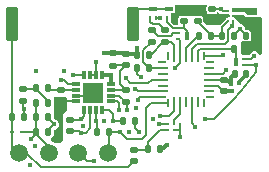
<source format=gbr>
%TF.GenerationSoftware,KiCad,Pcbnew,7.0.1*%
%TF.CreationDate,2024-01-02T21:49:50+00:00*%
%TF.ProjectId,rfid_module,72666964-5f6d-46f6-9475-6c652e6b6963,rev?*%
%TF.SameCoordinates,Original*%
%TF.FileFunction,Copper,L1,Top*%
%TF.FilePolarity,Positive*%
%FSLAX46Y46*%
G04 Gerber Fmt 4.6, Leading zero omitted, Abs format (unit mm)*
G04 Created by KiCad (PCBNEW 7.0.1) date 2024-01-02 21:49:50*
%MOMM*%
%LPD*%
G01*
G04 APERTURE LIST*
G04 Aperture macros list*
%AMRoundRect*
0 Rectangle with rounded corners*
0 $1 Rounding radius*
0 $2 $3 $4 $5 $6 $7 $8 $9 X,Y pos of 4 corners*
0 Add a 4 corners polygon primitive as box body*
4,1,4,$2,$3,$4,$5,$6,$7,$8,$9,$2,$3,0*
0 Add four circle primitives for the rounded corners*
1,1,$1+$1,$2,$3*
1,1,$1+$1,$4,$5*
1,1,$1+$1,$6,$7*
1,1,$1+$1,$8,$9*
0 Add four rect primitives between the rounded corners*
20,1,$1+$1,$2,$3,$4,$5,0*
20,1,$1+$1,$4,$5,$6,$7,0*
20,1,$1+$1,$6,$7,$8,$9,0*
20,1,$1+$1,$8,$9,$2,$3,0*%
%AMFreePoly0*
4,1,14,0.111820,0.364320,0.125000,0.332500,0.125000,-0.332500,0.111820,-0.364320,0.080000,-0.377500,0.053640,-0.377501,0.021819,-0.364318,-0.111820,-0.230680,-0.125000,-0.198860,-0.125000,0.332500,-0.111820,0.364320,-0.080000,0.377500,0.080000,0.377500,0.111820,0.364320,0.111820,0.364320,$1*%
%AMFreePoly1*
4,1,14,0.111820,0.364320,0.125000,0.332500,0.125001,-0.198860,0.111818,-0.230680,-0.021820,-0.364320,-0.053640,-0.377500,-0.080000,-0.377500,-0.111820,-0.364320,-0.125000,-0.332500,-0.125000,0.332500,-0.111820,0.364320,-0.080000,0.377500,0.080000,0.377500,0.111820,0.364320,0.111820,0.364320,$1*%
%AMFreePoly2*
4,1,15,-0.198858,0.125000,0.332500,0.125000,0.364320,0.111820,0.377500,0.080000,0.377500,-0.080000,0.364320,-0.111820,0.332500,-0.125000,-0.332500,-0.125000,-0.364320,-0.111820,-0.377500,-0.080000,-0.377500,-0.053640,-0.364320,-0.021819,-0.230680,0.111820,-0.198860,0.125001,-0.198858,0.125000,-0.198858,0.125000,$1*%
%AMFreePoly3*
4,1,14,0.364320,0.111820,0.377500,0.080000,0.377500,-0.080000,0.364320,-0.111820,0.332500,-0.125000,-0.198860,-0.125001,-0.230680,-0.111818,-0.364320,0.021820,-0.377500,0.053640,-0.377500,0.080000,-0.364320,0.111820,-0.332500,0.125000,0.332500,0.125000,0.364320,0.111820,0.364320,0.111820,$1*%
%AMFreePoly4*
4,1,14,-0.021820,0.364320,0.111820,0.230679,0.125000,0.198858,0.125000,-0.332500,0.111820,-0.364320,0.080000,-0.377500,-0.080000,-0.377500,-0.111820,-0.364320,-0.125000,-0.332500,-0.125000,0.332500,-0.111820,0.364320,-0.080000,0.377500,-0.053640,0.377500,-0.021820,0.364320,-0.021820,0.364320,$1*%
%AMFreePoly5*
4,1,15,0.053642,0.377500,0.080000,0.377500,0.111820,0.364320,0.125000,0.332500,0.125000,-0.332500,0.111820,-0.364320,0.080000,-0.377500,-0.080000,-0.377500,-0.111820,-0.364320,-0.125000,-0.332500,-0.125000,0.198860,-0.111820,0.230680,0.021820,0.364320,0.053640,0.377501,0.053642,0.377500,0.053642,0.377500,$1*%
%AMFreePoly6*
4,1,14,0.364320,0.111820,0.377500,0.080000,0.377501,0.053640,0.364318,0.021819,0.230680,-0.111820,0.198860,-0.125000,-0.332500,-0.125000,-0.364320,-0.111820,-0.377500,-0.080000,-0.377500,0.080000,-0.364320,0.111820,-0.332500,0.125000,0.332500,0.125000,0.364320,0.111820,0.364320,0.111820,$1*%
%AMFreePoly7*
4,1,14,0.230680,0.111820,0.364320,-0.021821,0.377500,-0.053642,0.377500,-0.080000,0.364320,-0.111820,0.332500,-0.125000,-0.332500,-0.125000,-0.364320,-0.111820,-0.377500,-0.080000,-0.377500,0.080000,-0.364320,0.111820,-0.332500,0.125000,0.198860,0.125000,0.230680,0.111820,0.230680,0.111820,$1*%
G04 Aperture macros list end*
%TA.AperFunction,SMDPad,CuDef*%
%ADD10C,1.500000*%
%TD*%
%TA.AperFunction,SMDPad,CuDef*%
%ADD11RoundRect,0.140000X0.170000X-0.140000X0.170000X0.140000X-0.170000X0.140000X-0.170000X-0.140000X0*%
%TD*%
%TA.AperFunction,SMDPad,CuDef*%
%ADD12RoundRect,0.135000X0.185000X-0.135000X0.185000X0.135000X-0.185000X0.135000X-0.185000X-0.135000X0*%
%TD*%
%TA.AperFunction,SMDPad,CuDef*%
%ADD13R,0.250000X0.400000*%
%TD*%
%TA.AperFunction,SMDPad,CuDef*%
%ADD14R,0.700000X0.400000*%
%TD*%
%TA.AperFunction,SMDPad,CuDef*%
%ADD15RoundRect,0.140000X-0.140000X-0.170000X0.140000X-0.170000X0.140000X0.170000X-0.140000X0.170000X0*%
%TD*%
%TA.AperFunction,SMDPad,CuDef*%
%ADD16R,0.400000X0.250000*%
%TD*%
%TA.AperFunction,SMDPad,CuDef*%
%ADD17R,0.400000X0.700000*%
%TD*%
%TA.AperFunction,SMDPad,CuDef*%
%ADD18RoundRect,0.135000X0.135000X0.185000X-0.135000X0.185000X-0.135000X-0.185000X0.135000X-0.185000X0*%
%TD*%
%TA.AperFunction,SMDPad,CuDef*%
%ADD19RoundRect,0.062500X-0.117500X-0.062500X0.117500X-0.062500X0.117500X0.062500X-0.117500X0.062500X0*%
%TD*%
%TA.AperFunction,SMDPad,CuDef*%
%ADD20C,0.216000*%
%TD*%
%TA.AperFunction,SMDPad,CuDef*%
%ADD21RoundRect,0.135000X-0.135000X-0.185000X0.135000X-0.185000X0.135000X0.185000X-0.135000X0.185000X0*%
%TD*%
%TA.AperFunction,SMDPad,CuDef*%
%ADD22R,0.800000X0.600000*%
%TD*%
%TA.AperFunction,SMDPad,CuDef*%
%ADD23RoundRect,0.135000X-0.185000X0.135000X-0.185000X-0.135000X0.185000X-0.135000X0.185000X0.135000X0*%
%TD*%
%TA.AperFunction,SMDPad,CuDef*%
%ADD24RoundRect,0.140000X0.140000X0.170000X-0.140000X0.170000X-0.140000X-0.170000X0.140000X-0.170000X0*%
%TD*%
%TA.AperFunction,SMDPad,CuDef*%
%ADD25C,0.298000*%
%TD*%
%TA.AperFunction,SMDPad,CuDef*%
%ADD26RoundRect,0.140000X-0.170000X0.140000X-0.170000X-0.140000X0.170000X-0.140000X0.170000X0.140000X0*%
%TD*%
%TA.AperFunction,SMDPad,CuDef*%
%ADD27RoundRect,0.100000X0.400000X1.300000X-0.400000X1.300000X-0.400000X-1.300000X0.400000X-1.300000X0*%
%TD*%
%TA.AperFunction,SMDPad,CuDef*%
%ADD28FreePoly0,180.000000*%
%TD*%
%TA.AperFunction,SMDPad,CuDef*%
%ADD29RoundRect,0.062500X0.062500X0.375000X-0.062500X0.375000X-0.062500X-0.375000X0.062500X-0.375000X0*%
%TD*%
%TA.AperFunction,SMDPad,CuDef*%
%ADD30FreePoly1,180.000000*%
%TD*%
%TA.AperFunction,SMDPad,CuDef*%
%ADD31FreePoly2,180.000000*%
%TD*%
%TA.AperFunction,SMDPad,CuDef*%
%ADD32RoundRect,0.062500X0.375000X0.062500X-0.375000X0.062500X-0.375000X-0.062500X0.375000X-0.062500X0*%
%TD*%
%TA.AperFunction,SMDPad,CuDef*%
%ADD33FreePoly3,180.000000*%
%TD*%
%TA.AperFunction,SMDPad,CuDef*%
%ADD34FreePoly4,180.000000*%
%TD*%
%TA.AperFunction,SMDPad,CuDef*%
%ADD35FreePoly5,180.000000*%
%TD*%
%TA.AperFunction,SMDPad,CuDef*%
%ADD36FreePoly6,180.000000*%
%TD*%
%TA.AperFunction,SMDPad,CuDef*%
%ADD37FreePoly7,180.000000*%
%TD*%
%TA.AperFunction,SMDPad,CuDef*%
%ADD38R,1.760000X1.760000*%
%TD*%
%TA.AperFunction,SMDPad,CuDef*%
%ADD39R,0.300000X0.800000*%
%TD*%
%TA.AperFunction,SMDPad,CuDef*%
%ADD40R,0.800000X0.300000*%
%TD*%
%TA.AperFunction,ViaPad*%
%ADD41C,0.400000*%
%TD*%
%TA.AperFunction,Conductor*%
%ADD42C,0.300000*%
%TD*%
%TA.AperFunction,Conductor*%
%ADD43C,0.150000*%
%TD*%
G04 APERTURE END LIST*
D10*
%TO.P,TP203,1,1*%
%TO.N,/RFID/RF_IN*%
X103200000Y-67600000D03*
%TD*%
%TO.P,TP101,1,1*%
%TO.N,GND*%
X100700000Y-67600000D03*
%TD*%
D11*
%TO.P,C204,1*%
%TO.N,/RFID/1V65_UNREG*%
X104700000Y-60180000D03*
%TO.P,C204,2*%
%TO.N,GND*%
X104700000Y-59220000D03*
%TD*%
D12*
%TO.P,R204,1*%
%TO.N,/RFID/GATE*%
X109600000Y-56410000D03*
%TO.P,R204,2*%
%TO.N,/Boost Converter/VRF*%
X109600000Y-55390000D03*
%TD*%
D13*
%TO.P,Q203,1,G*%
%TO.N,/RFID/OUTN_G*%
X106775000Y-56150000D03*
%TO.P,Q203,2,S*%
%TO.N,GND*%
X107225000Y-56150000D03*
D14*
%TO.P,Q203,3,D*%
%TO.N,/RFID/OUT_SHIFT*%
X107000000Y-55450000D03*
%TD*%
D12*
%TO.P,R212,1*%
%TO.N,/RFID/1V65_UNREG*%
X103600000Y-60210000D03*
%TO.P,R212,2*%
%TO.N,GND*%
X103600000Y-59190000D03*
%TD*%
D15*
%TO.P,C205,2*%
%TO.N,GND*%
X96060000Y-64600000D03*
%TO.P,C205,1*%
%TO.N,/RFID/RF*%
X95100000Y-64600000D03*
%TD*%
D16*
%TO.P,Q401,1,G*%
%TO.N,IOREF*%
X114750000Y-60125000D03*
%TO.P,Q401,2,S*%
%TO.N,/Pogo Connector/LPUART1_RX_1V8*%
X114750000Y-59675000D03*
D17*
%TO.P,Q401,3,D*%
%TO.N,/Pogo Connector/LPUART1_RX*%
X114050000Y-59900000D03*
%TD*%
D11*
%TO.P,C208,1*%
%TO.N,/RFID/AMP2_OUT*%
X100000000Y-65760000D03*
%TO.P,C208,2*%
%TO.N,/RFID/AMP2_NEG*%
X100000000Y-64800000D03*
%TD*%
D12*
%TO.P,R206,1*%
%TO.N,/RFID/OUT*%
X106900000Y-58210000D03*
%TO.P,R206,2*%
%TO.N,/RFID/OUT_G*%
X106900000Y-57190000D03*
%TD*%
D18*
%TO.P,R503,1*%
%TO.N,/Boost Converter/FB*%
X111910000Y-57700000D03*
%TO.P,R503,2*%
%TO.N,/Boost Converter/FB_OFFSET*%
X110890000Y-57700000D03*
%TD*%
D19*
%TO.P,D201,2,A*%
%TO.N,/RFID/RF*%
X95100000Y-65800000D03*
%TO.P,D201,1,K*%
%TO.N,/RFID/SIGNAL_ENVELOPE*%
X95940000Y-65800000D03*
%TD*%
D18*
%TO.P,R217,2*%
%TO.N,/RFID/SIGNAL_ENVELOPE*%
X97090000Y-65800000D03*
%TO.P,R217,1*%
%TO.N,GND*%
X98110000Y-65800000D03*
%TD*%
D14*
%TO.P,Q202,1,D*%
%TO.N,/RFID/OUT_SHIFT*%
X108400000Y-55450000D03*
D13*
%TO.P,Q202,2,G*%
%TO.N,/RFID/GATE*%
X108175000Y-56150000D03*
%TO.P,Q202,3,S*%
%TO.N,/Boost Converter/VRF*%
X108625000Y-56150000D03*
%TD*%
D12*
%TO.P,R202,1*%
%TO.N,/RFID/OUTN*%
X108000000Y-58210000D03*
%TO.P,R202,2*%
%TO.N,/RFID/OUTN_G*%
X108000000Y-57190000D03*
%TD*%
D10*
%TO.P,TP202,1,1*%
%TO.N,/RFID/SIGNAL_ENVELOPE*%
X98200000Y-67600000D03*
%TD*%
D15*
%TO.P,C202,1*%
%TO.N,/RFID/SIGNAL*%
X97120000Y-62100000D03*
%TO.P,C202,2*%
%TO.N,/RFID/AMP1_IN*%
X98080000Y-62100000D03*
%TD*%
D20*
%TO.P,IC501,A1,LX*%
%TO.N,/Boost Converter/LX*%
X113800000Y-55600000D03*
%TO.P,IC501,A2,IN*%
%TO.N,+3V3*%
X113800000Y-56000000D03*
%TO.P,IC501,A3,EN*%
%TO.N,/Boost Converter/EN*%
X113800000Y-56400000D03*
%TO.P,IC501,B1,GND*%
%TO.N,GND*%
X113400000Y-55600000D03*
%TO.P,IC501,B2,OUT*%
%TO.N,/Boost Converter/VRF*%
X113400000Y-56000000D03*
%TO.P,IC501,B3,FB*%
%TO.N,/Boost Converter/FB*%
X113400000Y-56400000D03*
%TD*%
D21*
%TO.P,R203,2*%
%TO.N,/RFID/SIGNAL*%
X98110000Y-63400000D03*
%TO.P,R203,1*%
%TO.N,/RFID/SIGNAL_ENVELOPE*%
X97090000Y-63400000D03*
%TD*%
D22*
%TO.P,L501,1*%
%TO.N,+3V3*%
X115400000Y-56400000D03*
%TO.P,L501,2*%
%TO.N,/Boost Converter/LX*%
X115400000Y-55600000D03*
%TD*%
D23*
%TO.P,R205,1*%
%TO.N,/RFID/AMP1_IN*%
X99200000Y-62240000D03*
%TO.P,R205,2*%
%TO.N,+1V65*%
X99200000Y-63260000D03*
%TD*%
D11*
%TO.P,C502,1*%
%TO.N,/Boost Converter/VRF*%
X112000000Y-56380000D03*
%TO.P,C502,2*%
%TO.N,GND*%
X112000000Y-55420000D03*
%TD*%
D18*
%TO.P,R219,1*%
%TO.N,GND*%
X107610000Y-67300000D03*
%TO.P,R219,2*%
%TO.N,/RFID/CARRIER_RAW*%
X106590000Y-67300000D03*
%TD*%
D24*
%TO.P,C501,1*%
%TO.N,+3V3*%
X115880000Y-57700000D03*
%TO.P,C501,2*%
%TO.N,GND*%
X114920000Y-57700000D03*
%TD*%
D10*
%TO.P,TP201,1,1*%
%TO.N,/RFID/RF*%
X95700000Y-67600000D03*
%TD*%
D12*
%TO.P,R211,1*%
%TO.N,+3V3*%
X104700000Y-63300000D03*
%TO.P,R211,2*%
%TO.N,/RFID/1V65_UNREG*%
X104700000Y-62280000D03*
%TD*%
D25*
%TO.P,IC202,A1,VCC*%
%TO.N,+3V3*%
X108300000Y-65200000D03*
%TO.P,IC202,A2,OUT*%
%TO.N,/RFID/CARRIER*%
X108800000Y-65200000D03*
%TO.P,IC202,A3,VEE*%
%TO.N,GND*%
X109300000Y-65200000D03*
%TO.P,IC202,B1,IN+*%
%TO.N,/RFID/CARRIER_RAW*%
X108300000Y-65700000D03*
%TO.P,IC202,B2,REF(VEE)*%
%TO.N,GND*%
X108800000Y-65700000D03*
%TO.P,IC202,B3,IN-*%
X109300000Y-65700000D03*
%TD*%
D21*
%TO.P,R502,1*%
%TO.N,/Boost Converter/FB*%
X112890000Y-57700000D03*
%TO.P,R502,2*%
%TO.N,GND*%
X113910000Y-57700000D03*
%TD*%
D15*
%TO.P,C207,2*%
%TO.N,GND*%
X98080000Y-64600000D03*
%TO.P,C207,1*%
%TO.N,/RFID/SIGNAL_ENVELOPE*%
X97120000Y-64600000D03*
%TD*%
D23*
%TO.P,R501,1*%
%TO.N,/Boost Converter/VRF*%
X110800000Y-55390000D03*
%TO.P,R501,2*%
%TO.N,/Boost Converter/FB*%
X110800000Y-56410000D03*
%TD*%
D16*
%TO.P,Q201,1,G*%
%TO.N,/RFID/OUT_G*%
X109150000Y-57475000D03*
%TO.P,Q201,2,S*%
%TO.N,GND*%
X109150000Y-57925000D03*
D17*
%TO.P,Q201,3,D*%
%TO.N,/RFID/GATE*%
X109850000Y-57700000D03*
%TD*%
D26*
%TO.P,C201,1*%
%TO.N,/RFID/SIGNAL*%
X96000000Y-62220000D03*
%TO.P,C201,2*%
%TO.N,GND*%
X96000000Y-63180000D03*
%TD*%
D18*
%TO.P,R221,2*%
%TO.N,/RFID/AMP3_NEG*%
X104490000Y-64900000D03*
%TO.P,R221,1*%
%TO.N,/RFID/AMP3_IN*%
X105510000Y-64900000D03*
%TD*%
D27*
%TO.P,L201,2*%
%TO.N,/RFID/RF*%
X95100000Y-56700000D03*
%TO.P,L201,1*%
%TO.N,/RFID/OUT_SHIFT*%
X105300000Y-56700000D03*
%TD*%
D21*
%TO.P,R222,1*%
%TO.N,/RFID/AMP3_OUT*%
X102290000Y-65800000D03*
%TO.P,R222,2*%
%TO.N,/RFID/RF_IN*%
X103310000Y-65800000D03*
%TD*%
D28*
%TO.P,U301,28,PB8*%
%TO.N,unconnected-(U301-PB8-Pad28)*%
X111300000Y-63397500D03*
D29*
%TO.P,U301,27,PB7*%
%TO.N,unconnected-(U301-PB7-Pad27)*%
X110800000Y-63337500D03*
%TO.P,U301,26,PB6*%
%TO.N,/RFID/PULL*%
X110300000Y-63337500D03*
%TO.P,U301,25,PB5*%
%TO.N,unconnected-(U301-PB5-Pad25)*%
X109800000Y-63337500D03*
%TO.P,U301,24,PB4*%
%TO.N,/RFID/CARRIER*%
X109300000Y-63337500D03*
%TO.P,U301,23,PB3*%
%TO.N,/Pogo Connector/IRQN*%
X108800000Y-63337500D03*
D30*
%TO.P,U301,22,PA15*%
%TO.N,/RFID/RF_IN*%
X108300000Y-63397500D03*
D31*
%TO.P,U301,21,PA14*%
%TO.N,/Pogo Connector/SWCLK*%
X107802500Y-62900000D03*
D32*
%TO.P,U301,20,PA13*%
%TO.N,/Pogo Connector/SWDIO*%
X107862500Y-62400000D03*
%TO.P,U301,19,PA12/PA10*%
%TO.N,unconnected-(U301-PA12{slash}PA10-Pad19)*%
X107862500Y-61900000D03*
%TO.P,U301,18,PA11/PA9*%
%TO.N,/RFID/SHDN*%
X107862500Y-61400000D03*
%TO.P,U301,17,PC6*%
%TO.N,unconnected-(U301-PC6-Pad17)*%
X107862500Y-60900000D03*
%TO.P,U301,16,PA8*%
%TO.N,/RFID/OUT*%
X107862500Y-60400000D03*
D33*
%TO.P,U301,15,PB1*%
%TO.N,unconnected-(U301-PB1-Pad15)*%
X107802500Y-59900000D03*
D34*
%TO.P,U301,14,PB0*%
%TO.N,unconnected-(U301-PB0-Pad14)*%
X108300000Y-59402500D03*
D29*
%TO.P,U301,13,PA7*%
%TO.N,/RFID/OUTN*%
X108800000Y-59462500D03*
%TO.P,U301,12,PA6*%
%TO.N,GND*%
X109300000Y-59462500D03*
%TO.P,U301,11,PA5*%
%TO.N,/Boost Converter/FB_OFFSET*%
X109800000Y-59462500D03*
%TO.P,U301,10,PA4*%
%TO.N,/Boost Converter/EN*%
X110300000Y-59462500D03*
%TO.P,U301,9,PA3*%
%TO.N,/Pogo Connector/LPUART1_RX*%
X110800000Y-59462500D03*
D35*
%TO.P,U301,8,PA2*%
%TO.N,/Pogo Connector/LPUART1_TX*%
X111300000Y-59402500D03*
D36*
%TO.P,U301,7,PA1*%
%TO.N,unconnected-(U301-PA1-Pad7)*%
X111797500Y-59900000D03*
D32*
%TO.P,U301,6,PA0*%
%TO.N,unconnected-(U301-PA0-Pad6)*%
X111737500Y-60400000D03*
%TO.P,U301,5,PF2*%
%TO.N,/Pogo Connector/NRST*%
X111737500Y-60900000D03*
%TO.P,U301,4,VSS*%
%TO.N,GND*%
X111737500Y-61400000D03*
%TO.P,U301,3,VDD*%
%TO.N,+3V3*%
X111737500Y-61900000D03*
%TO.P,U301,2,PC15*%
%TO.N,unconnected-(U301-PC15-Pad2)*%
X111737500Y-62400000D03*
D37*
%TO.P,U301,1,PC14*%
%TO.N,unconnected-(U301-PC14-Pad1)*%
X111797500Y-62900000D03*
%TD*%
D11*
%TO.P,C209,1*%
%TO.N,/RFID/RF*%
X105400000Y-68280000D03*
%TO.P,C209,2*%
%TO.N,/RFID/CARRIER_RAW*%
X105400000Y-67320000D03*
%TD*%
D21*
%TO.P,R201,1*%
%TO.N,GND*%
X105690000Y-59300000D03*
%TO.P,R201,2*%
%TO.N,/RFID/OUTN*%
X106710000Y-59300000D03*
%TD*%
D24*
%TO.P,C301,1*%
%TO.N,+3V3*%
X114880000Y-60900000D03*
%TO.P,C301,2*%
%TO.N,GND*%
X113920000Y-60900000D03*
%TD*%
D18*
%TO.P,R207,1*%
%TO.N,/RFID/OUT*%
X106710000Y-60400000D03*
%TO.P,R207,2*%
%TO.N,+3V3*%
X105690000Y-60400000D03*
%TD*%
%TO.P,R401,1*%
%TO.N,+3V3*%
X114910000Y-58800000D03*
%TO.P,R401,2*%
%TO.N,/Pogo Connector/LPUART1_RX*%
X113890000Y-58800000D03*
%TD*%
D11*
%TO.P,C302,1*%
%TO.N,+3V3*%
X113000000Y-62380000D03*
%TO.P,C302,2*%
%TO.N,GND*%
X113000000Y-61420000D03*
%TD*%
D38*
%TO.P,IC201,17,EP*%
%TO.N,GND*%
X101950000Y-62500000D03*
D39*
%TO.P,IC201,16,IN1-*%
%TO.N,/RFID/AMP3_NEG*%
X102700000Y-64000000D03*
%TO.P,IC201,15,OUT1*%
%TO.N,/RFID/AMP3_OUT*%
X102200000Y-64000000D03*
%TO.P,IC201,14,OUT4*%
%TO.N,/RFID/AMP2_OUT*%
X101700000Y-64000000D03*
%TO.P,IC201,13,IN4-*%
%TO.N,/RFID/AMP2_NEG*%
X101200000Y-64000000D03*
D40*
%TO.P,IC201,12,IN4+*%
%TO.N,+1V65*%
X100450000Y-63250000D03*
%TO.P,IC201,11,V-*%
%TO.N,GND*%
X100450000Y-62750000D03*
%TO.P,IC201,10,IN3+*%
%TO.N,/RFID/AMP1_IN*%
X100450000Y-62250000D03*
%TO.P,IC201,9,IN3-*%
%TO.N,/RFID/AMP1_NEG*%
X100450000Y-61750000D03*
D39*
%TO.P,IC201,8,OUT3*%
%TO.N,/RFID/AMP1_OUT*%
X101200000Y-61000000D03*
%TO.P,IC201,7,~{SHDN34}*%
%TO.N,/RFID/SHDN*%
X101700000Y-61000000D03*
%TO.P,IC201,6,~{SHDN12}*%
X102200000Y-61000000D03*
%TO.P,IC201,5,OUT2*%
%TO.N,+1V65*%
X102700000Y-61000000D03*
D40*
%TO.P,IC201,4,IN2-*%
X103450000Y-61750000D03*
%TO.P,IC201,3,IN2+*%
%TO.N,/RFID/1V65_UNREG*%
X103450000Y-62250000D03*
%TO.P,IC201,2,V+*%
%TO.N,+3V3*%
X103450000Y-62750000D03*
%TO.P,IC201,1,IN1+*%
%TO.N,+1V65*%
X103450000Y-63250000D03*
%TD*%
D41*
%TO.N,GND*%
X113649000Y-61771000D03*
%TO.N,+3V3*%
X114291000Y-61703000D03*
%TO.N,IOREF*%
X115700000Y-60200000D03*
%TO.N,GND*%
X108850000Y-60450000D03*
X107600000Y-56150000D03*
%TO.N,+1V65*%
X97090000Y-60710000D03*
%TO.N,GND*%
X108200000Y-66900000D03*
%TO.N,/RFID/PULL*%
X110600000Y-65400000D03*
%TO.N,GND*%
X102900000Y-59190000D03*
%TO.N,/RFID/SHDN*%
X104700000Y-61300000D03*
%TO.N,+1V65*%
X104100000Y-64000000D03*
%TO.N,GND*%
X105600000Y-63800000D03*
X107000000Y-64700000D03*
%TO.N,/Pogo Connector/IRQN*%
X107600000Y-64500000D03*
%TO.N,+3V3*%
X104800000Y-64000000D03*
%TO.N,/Pogo Connector/SWCLK*%
X105700000Y-63100000D03*
%TO.N,/Pogo Connector/SWDIO*%
X105500000Y-62200000D03*
%TO.N,GND*%
X105690000Y-58690000D03*
%TO.N,/RFID/SHDN*%
X102200000Y-59900000D03*
%TO.N,/RFID/RF_IN*%
X104200000Y-65800000D03*
%TO.N,GND*%
X105000000Y-65800000D03*
%TO.N,+3V3*%
X106000000Y-61200000D03*
%TO.N,/RFID/AMP3_IN*%
X105800000Y-65800000D03*
%TO.N,GND*%
X99450000Y-60650000D03*
%TO.N,+1V65*%
X98650000Y-66450000D03*
%TO.N,GND*%
X102000000Y-68300000D03*
X102900000Y-64900000D03*
%TO.N,/RFID/AMP3_NEG*%
X103600000Y-64900000D03*
%TO.N,GND*%
X101100000Y-65300000D03*
%TO.N,/RFID/AMP3_OUT*%
X102200000Y-64900000D03*
%TO.N,/RFID/AMP2_OUT*%
X100900000Y-65900000D03*
%TO.N,/RFID/AMP2_NEG*%
X100900000Y-64700000D03*
%TO.N,GND*%
X98600000Y-65200000D03*
%TO.N,/RFID/AMP1_OUT*%
X100200000Y-61000000D03*
%TO.N,/RFID/AMP1_NEG*%
X99200000Y-61400000D03*
%TO.N,GND*%
X102550000Y-62500000D03*
X101950000Y-62500000D03*
X102550000Y-63100000D03*
X101950000Y-63100000D03*
X101350000Y-63100000D03*
X101350000Y-62500000D03*
X102550000Y-61900000D03*
X101950000Y-61900000D03*
X101350000Y-61900000D03*
%TO.N,+1V65*%
X103450000Y-61000000D03*
%TO.N,GND*%
X109300000Y-66300000D03*
%TO.N,+3V3*%
X107500000Y-65200000D03*
%TO.N,GND*%
X97000000Y-67000000D03*
X96600000Y-68600000D03*
%TO.N,/RFID/SIGNAL_ENVELOPE*%
X96700000Y-66400000D03*
%TO.N,GND*%
X96060000Y-63900000D03*
%TO.N,IOREF*%
X111400000Y-64700000D03*
%TO.N,/Boost Converter/EN*%
X113700000Y-56900000D03*
%TO.N,GND*%
X114400000Y-57100000D03*
X112780000Y-55420000D03*
%TO.N,+3V3*%
X115800000Y-58400000D03*
X113680000Y-62380000D03*
%TO.N,/Pogo Connector/LPUART1_TX*%
X112900000Y-59300000D03*
%TO.N,/Pogo Connector/NRST*%
X113200000Y-60600000D03*
%TO.N,/Pogo Connector/LPUART1_RX_1V8*%
X115600000Y-59400000D03*
%TD*%
D42*
%TO.N,GND*%
X113298000Y-61420000D02*
X113649000Y-61771000D01*
X113000000Y-61420000D02*
X113298000Y-61420000D01*
X113649000Y-61771000D02*
X113649000Y-61171000D01*
X113649000Y-61171000D02*
X113920000Y-60900000D01*
%TO.N,+3V3*%
X114880000Y-61033000D02*
X114880000Y-60900000D01*
X114291000Y-61622000D02*
X114880000Y-61033000D01*
X114291000Y-61703000D02*
X114291000Y-61622000D01*
D43*
%TO.N,IOREF*%
X114479452Y-62333193D02*
X115119310Y-61537448D01*
X113807143Y-63101736D02*
X114479452Y-62333193D01*
X112369899Y-64551918D02*
X113103583Y-63841707D01*
X115119310Y-61537448D02*
X115700000Y-60750583D01*
X115700000Y-60750583D02*
X115700000Y-60200000D01*
X112203651Y-64700000D02*
X112369899Y-64551918D01*
X111400000Y-64700000D02*
X112203651Y-64700000D01*
X113103583Y-63841707D02*
X113807143Y-63101736D01*
X114750000Y-60125000D02*
X115625000Y-60125000D01*
X115625000Y-60125000D02*
X115700000Y-60200000D01*
%TO.N,GND*%
X109300000Y-60000000D02*
X108850000Y-60450000D01*
X109300000Y-59462500D02*
X109300000Y-60000000D01*
X107600000Y-56150000D02*
X107225000Y-56150000D01*
D42*
X102900000Y-59190000D02*
X103600000Y-59190000D01*
X105690000Y-58690000D02*
X105690000Y-59300000D01*
X104670000Y-59190000D02*
X104700000Y-59220000D01*
X103600000Y-59190000D02*
X104670000Y-59190000D01*
X105610000Y-59220000D02*
X105690000Y-59300000D01*
X104700000Y-59220000D02*
X105610000Y-59220000D01*
D43*
%TO.N,/Pogo Connector/SWDIO*%
X105500000Y-62200000D02*
X105700000Y-62400000D01*
X105700000Y-62400000D02*
X107862500Y-62400000D01*
%TO.N,+3V3*%
X104800000Y-64000000D02*
X104800000Y-63400000D01*
X104800000Y-63400000D02*
X104700000Y-63300000D01*
%TO.N,/RFID/SIGNAL_ENVELOPE*%
X97090000Y-65990000D02*
X97090000Y-65800000D01*
X98200000Y-67100000D02*
X97090000Y-65990000D01*
X98200000Y-67600000D02*
X98200000Y-67100000D01*
%TO.N,/RFID/CARRIER_RAW*%
X107600000Y-65700000D02*
X108300000Y-65700000D01*
X106590000Y-66710000D02*
X107600000Y-65700000D01*
X106590000Y-67300000D02*
X106590000Y-66710000D01*
D42*
%TO.N,GND*%
X107800000Y-67300000D02*
X108200000Y-66900000D01*
X107610000Y-67300000D02*
X107800000Y-67300000D01*
D43*
%TO.N,/RFID/PULL*%
X110300000Y-65100000D02*
X110600000Y-65400000D01*
X110300000Y-63337500D02*
X110300000Y-65100000D01*
%TO.N,/RFID/OUT_SHIFT*%
X105300000Y-55450000D02*
X105300000Y-56700000D01*
X107000000Y-55450000D02*
X105300000Y-55450000D01*
%TO.N,/RFID/1V65_UNREG*%
X104200000Y-60680000D02*
X104700000Y-60180000D01*
X104700000Y-62280000D02*
X104200000Y-61780000D01*
X104200000Y-61780000D02*
X104200000Y-60680000D01*
%TO.N,/RFID/SHDN*%
X106900000Y-61400000D02*
X107862500Y-61400000D01*
X106600000Y-61700000D02*
X106900000Y-61400000D01*
X105100000Y-61700000D02*
X106600000Y-61700000D01*
X104700000Y-61300000D02*
X105100000Y-61700000D01*
%TO.N,+3V3*%
X106000000Y-61200000D02*
X105690000Y-60890000D01*
X105690000Y-60890000D02*
X105690000Y-60400000D01*
%TO.N,+1V65*%
X104100000Y-63400000D02*
X104100000Y-64000000D01*
X103950000Y-63250000D02*
X104100000Y-63400000D01*
X103450000Y-63250000D02*
X103950000Y-63250000D01*
%TO.N,/RFID/RF_IN*%
X106802500Y-63397500D02*
X108300000Y-63397500D01*
X106400000Y-66100000D02*
X106400000Y-63800000D01*
X106100000Y-66400000D02*
X106400000Y-66100000D01*
X104800000Y-66400000D02*
X106100000Y-66400000D01*
X106400000Y-63800000D02*
X106802500Y-63397500D01*
X104200000Y-65800000D02*
X104800000Y-66400000D01*
%TO.N,/Pogo Connector/IRQN*%
X108400000Y-64500000D02*
X108800000Y-64100000D01*
X108800000Y-64100000D02*
X108800000Y-63337500D01*
X107600000Y-64500000D02*
X108400000Y-64500000D01*
%TO.N,/RFID/CARRIER*%
X109300000Y-64300000D02*
X109300000Y-63337500D01*
X108800000Y-64800000D02*
X109300000Y-64300000D01*
X108800000Y-65200000D02*
X108800000Y-64800000D01*
%TO.N,/Pogo Connector/SWCLK*%
X105700000Y-63100000D02*
X105900000Y-62900000D01*
X105900000Y-62900000D02*
X107802500Y-62900000D01*
%TO.N,+3V3*%
X104700000Y-63300000D02*
X104700000Y-63400000D01*
%TO.N,GND*%
X109300000Y-58075000D02*
X109300000Y-59462500D01*
X109150000Y-57925000D02*
X109300000Y-58075000D01*
%TO.N,+3V3*%
X104150000Y-62750000D02*
X104700000Y-63300000D01*
X103450000Y-62750000D02*
X104150000Y-62750000D01*
%TO.N,/RFID/1V65_UNREG*%
X103450000Y-62250000D02*
X104670000Y-62250000D01*
X104670000Y-62250000D02*
X104700000Y-62280000D01*
%TO.N,/RFID/SHDN*%
X102200000Y-61000000D02*
X102200000Y-59900000D01*
%TO.N,/RFID/1V65_UNREG*%
X103630000Y-60180000D02*
X103600000Y-60210000D01*
X104700000Y-60180000D02*
X103630000Y-60180000D01*
%TO.N,/RFID/AMP3_IN*%
X105510000Y-65510000D02*
X105510000Y-64900000D01*
X105800000Y-65800000D02*
X105510000Y-65510000D01*
%TO.N,/RFID/RF_IN*%
X103310000Y-65800000D02*
X104200000Y-65800000D01*
%TO.N,/RFID/SHDN*%
X102200000Y-61000000D02*
X101700000Y-61000000D01*
%TO.N,/RFID/AMP3_NEG*%
X104490000Y-64900000D02*
X103600000Y-64900000D01*
%TO.N,GND*%
X101400000Y-68300000D02*
X102000000Y-68300000D01*
X100700000Y-67600000D02*
X101400000Y-68300000D01*
%TO.N,/RFID/SIGNAL_ENVELOPE*%
X97090000Y-66010000D02*
X97090000Y-65800000D01*
X96700000Y-66400000D02*
X97090000Y-66010000D01*
%TO.N,GND*%
X98110000Y-65690000D02*
X98110000Y-65800000D01*
X98600000Y-65200000D02*
X98080000Y-64680000D01*
X98600000Y-65200000D02*
X98110000Y-65690000D01*
X98080000Y-64680000D02*
X98080000Y-64600000D01*
%TO.N,/RFID/AMP3_NEG*%
X103300000Y-64000000D02*
X102700000Y-64000000D01*
X103600000Y-64300000D02*
X103300000Y-64000000D01*
X103600000Y-64900000D02*
X103600000Y-64300000D01*
%TO.N,/RFID/AMP2_OUT*%
X101300000Y-65900000D02*
X101700000Y-65500000D01*
X100900000Y-65900000D02*
X101300000Y-65900000D01*
X101700000Y-65500000D02*
X101700000Y-64000000D01*
X100900000Y-65900000D02*
X100760000Y-65760000D01*
X100760000Y-65760000D02*
X100000000Y-65760000D01*
%TO.N,/RFID/RF_IN*%
X103310000Y-67490000D02*
X103200000Y-67600000D01*
X103310000Y-65800000D02*
X103310000Y-67490000D01*
%TO.N,/RFID/AMP3_OUT*%
X102290000Y-64990000D02*
X102200000Y-64900000D01*
X102290000Y-65800000D02*
X102290000Y-64990000D01*
X102200000Y-64000000D02*
X102200000Y-64900000D01*
%TO.N,/RFID/AMP2_NEG*%
X100800000Y-64800000D02*
X100900000Y-64700000D01*
X100000000Y-64800000D02*
X100800000Y-64800000D01*
X101200000Y-64500000D02*
X101200000Y-64000000D01*
X101000000Y-64700000D02*
X101200000Y-64500000D01*
X100900000Y-64700000D02*
X101000000Y-64700000D01*
%TO.N,/RFID/AMP1_OUT*%
X101200000Y-61000000D02*
X100200000Y-61000000D01*
%TO.N,/RFID/AMP1_NEG*%
X99500000Y-61400000D02*
X99200000Y-61400000D01*
X99850000Y-61750000D02*
X99500000Y-61400000D01*
X99850000Y-61750000D02*
X100450000Y-61750000D01*
%TO.N,+1V65*%
X99210000Y-63250000D02*
X99200000Y-63260000D01*
X100450000Y-63250000D02*
X99210000Y-63250000D01*
%TO.N,GND*%
X96000000Y-63840000D02*
X96060000Y-63900000D01*
X96000000Y-63180000D02*
X96000000Y-63840000D01*
D42*
%TO.N,+1V65*%
X102700000Y-61000000D02*
X103450000Y-61000000D01*
X103450000Y-61000000D02*
X103450000Y-61750000D01*
D43*
%TO.N,/RFID/AMP1_IN*%
X98220000Y-62240000D02*
X98080000Y-62100000D01*
X99200000Y-62240000D02*
X98220000Y-62240000D01*
X99210000Y-62250000D02*
X99200000Y-62240000D01*
X100450000Y-62250000D02*
X99210000Y-62250000D01*
%TO.N,GND*%
X101700000Y-62750000D02*
X101950000Y-62500000D01*
X100450000Y-62750000D02*
X101700000Y-62750000D01*
%TO.N,/RFID/SIGNAL*%
X97120000Y-62220000D02*
X97120000Y-62100000D01*
X98110000Y-63210000D02*
X97120000Y-62220000D01*
X98110000Y-63400000D02*
X98110000Y-63210000D01*
%TO.N,/RFID/SIGNAL_ENVELOPE*%
X97090000Y-64570000D02*
X97120000Y-64600000D01*
X97090000Y-63400000D02*
X97090000Y-64570000D01*
%TO.N,/RFID/SIGNAL*%
X96000000Y-62220000D02*
X97000000Y-62220000D01*
X97000000Y-62220000D02*
X97120000Y-62100000D01*
%TO.N,GND*%
X109300000Y-65700000D02*
X109300000Y-66300000D01*
%TO.N,+3V3*%
X108300000Y-65200000D02*
X107500000Y-65200000D01*
%TO.N,GND*%
X108800000Y-65700000D02*
X109300000Y-65700000D01*
X109300000Y-65700000D02*
X109300000Y-65200000D01*
%TO.N,/RFID/SIGNAL_ENVELOPE*%
X97090000Y-64630000D02*
X97120000Y-64600000D01*
X97090000Y-65800000D02*
X97090000Y-64630000D01*
%TO.N,GND*%
X96060000Y-63900000D02*
X96060000Y-64600000D01*
%TO.N,/RFID/RF*%
X97500000Y-68800000D02*
X96300000Y-67600000D01*
X96300000Y-67600000D02*
X95700000Y-67600000D01*
X104880000Y-68800000D02*
X97500000Y-68800000D01*
X105400000Y-68280000D02*
X104880000Y-68800000D01*
%TO.N,/RFID/SIGNAL_ENVELOPE*%
X95940000Y-65800000D02*
X97090000Y-65800000D01*
%TO.N,/RFID/RF*%
X95100000Y-67200000D02*
X95100000Y-56700000D01*
X95700000Y-67800000D02*
X95100000Y-67200000D01*
%TO.N,/RFID/CARRIER_RAW*%
X106570000Y-67320000D02*
X106590000Y-67300000D01*
X105400000Y-67320000D02*
X106570000Y-67320000D01*
%TO.N,GND*%
X114920000Y-57700000D02*
X114920000Y-57620000D01*
X114920000Y-57620000D02*
X114400000Y-57100000D01*
X113910000Y-57590000D02*
X114400000Y-57100000D01*
X113910000Y-57700000D02*
X113910000Y-57590000D01*
%TO.N,/Boost Converter/EN*%
X113400000Y-57200000D02*
X113700000Y-56900000D01*
X113800000Y-56800000D02*
X113700000Y-56900000D01*
X113800000Y-56400000D02*
X113800000Y-56800000D01*
%TO.N,/RFID/OUT*%
X106200000Y-59900000D02*
X106700000Y-60400000D01*
X106700000Y-60400000D02*
X106710000Y-60400000D01*
X106710000Y-60400000D02*
X107862500Y-60400000D01*
%TO.N,GND*%
X112960000Y-55600000D02*
X113400000Y-55600000D01*
X112980000Y-61400000D02*
X113000000Y-61420000D01*
X111737500Y-61400000D02*
X112980000Y-61400000D01*
X112780000Y-55420000D02*
X112000000Y-55420000D01*
X112780000Y-55420000D02*
X112960000Y-55600000D01*
%TO.N,+3V3*%
X111737500Y-61900000D02*
X112520000Y-61900000D01*
X115400000Y-58800000D02*
X115800000Y-58400000D01*
D42*
X113680000Y-62380000D02*
X113000000Y-62380000D01*
D43*
X114910000Y-58800000D02*
X115400000Y-58800000D01*
X112520000Y-61900000D02*
X113000000Y-62380000D01*
%TO.N,/RFID/OUT_SHIFT*%
X108400000Y-55450000D02*
X107000000Y-55450000D01*
%TO.N,/RFID/OUT_G*%
X106900000Y-57190000D02*
X107410000Y-57700000D01*
X108725000Y-57475000D02*
X109150000Y-57475000D01*
X108500000Y-57700000D02*
X108725000Y-57475000D01*
X107410000Y-57700000D02*
X108500000Y-57700000D01*
%TO.N,/Pogo Connector/LPUART1_TX*%
X112797500Y-59402500D02*
X111300000Y-59402500D01*
X112900000Y-59300000D02*
X112797500Y-59402500D01*
%TO.N,/RFID/OUT*%
X106900000Y-58210000D02*
X106200000Y-58910000D01*
X106200000Y-58910000D02*
X106200000Y-59900000D01*
%TO.N,/RFID/GATE*%
X109600000Y-56410000D02*
X109600000Y-57000000D01*
X108675000Y-57000000D02*
X109600000Y-57000000D01*
X109850000Y-57250000D02*
X109850000Y-57700000D01*
X109600000Y-57000000D02*
X109850000Y-57250000D01*
X108175000Y-56150000D02*
X108175000Y-56500000D01*
X108175000Y-56500000D02*
X108675000Y-57000000D01*
%TO.N,/RFID/OUTN_G*%
X107510000Y-56700000D02*
X108000000Y-57190000D01*
X106975000Y-56700000D02*
X107510000Y-56700000D01*
X106775000Y-56150000D02*
X106775000Y-56500000D01*
X106775000Y-56500000D02*
X106975000Y-56700000D01*
%TO.N,/Pogo Connector/LPUART1_RX*%
X114000000Y-59850000D02*
X114000000Y-58910000D01*
X114050000Y-59900000D02*
X114000000Y-59850000D01*
X111000000Y-58800000D02*
X110800000Y-59000000D01*
X110800000Y-59000000D02*
X110800000Y-59462500D01*
X113890000Y-58800000D02*
X111000000Y-58800000D01*
X114000000Y-58910000D02*
X113890000Y-58800000D01*
%TO.N,/RFID/OUTN*%
X106800000Y-59300000D02*
X107890000Y-58210000D01*
X106710000Y-59300000D02*
X106800000Y-59300000D01*
X107890000Y-58210000D02*
X108000000Y-58210000D01*
X108800000Y-59462500D02*
X108800000Y-58500000D01*
X108800000Y-58500000D02*
X108510000Y-58210000D01*
X108510000Y-58210000D02*
X108000000Y-58210000D01*
%TO.N,/Pogo Connector/NRST*%
X112900000Y-60900000D02*
X113200000Y-60600000D01*
X111737500Y-60900000D02*
X112900000Y-60900000D01*
%TO.N,/Pogo Connector/LPUART1_RX_1V8*%
X115600000Y-59400000D02*
X115325000Y-59675000D01*
X115325000Y-59675000D02*
X114750000Y-59675000D01*
%TO.N,/Boost Converter/FB_OFFSET*%
X109800000Y-59462500D02*
X109800000Y-58695000D01*
X109800000Y-58695000D02*
X110795000Y-57700000D01*
X110795000Y-57700000D02*
X110890000Y-57700000D01*
%TO.N,/Boost Converter/EN*%
X110700000Y-58400000D02*
X110300000Y-58800000D01*
X113400000Y-57200000D02*
X113400000Y-58100000D01*
X113100000Y-58400000D02*
X110700000Y-58400000D01*
X113400000Y-58100000D02*
X113100000Y-58400000D01*
X110300000Y-58800000D02*
X110300000Y-59462500D01*
%TO.N,/Boost Converter/FB*%
X112890000Y-56910000D02*
X112890000Y-57700000D01*
X111910000Y-57700000D02*
X112890000Y-57700000D01*
X110800000Y-56500000D02*
X111910000Y-57610000D01*
X113400000Y-56400000D02*
X112890000Y-56910000D01*
X111910000Y-57610000D02*
X111910000Y-57700000D01*
X110800000Y-56410000D02*
X110800000Y-56500000D01*
%TD*%
%TA.AperFunction,Conductor*%
%TO.N,/Boost Converter/VRF*%
G36*
X111545709Y-55066141D02*
G01*
X111571975Y-55106451D01*
X111567905Y-55154388D01*
X111554321Y-55185154D01*
X111542317Y-55212339D01*
X111539500Y-55236627D01*
X111539500Y-55603373D01*
X111542317Y-55627660D01*
X111542318Y-55627662D01*
X111586187Y-55727016D01*
X111662984Y-55803813D01*
X111762338Y-55847682D01*
X111786627Y-55850500D01*
X112213372Y-55850499D01*
X112213373Y-55850499D01*
X112221468Y-55849560D01*
X112237662Y-55847682D01*
X112337016Y-55803813D01*
X112412066Y-55728762D01*
X112445237Y-55709611D01*
X112483543Y-55709611D01*
X112516713Y-55728762D01*
X112539277Y-55751326D01*
X112653445Y-55809498D01*
X112780000Y-55829542D01*
X112862317Y-55816503D01*
X112885402Y-55816495D01*
X112885721Y-55816545D01*
X112904298Y-55822040D01*
X112912068Y-55825500D01*
X112936427Y-55825500D01*
X112948004Y-55826411D01*
X112952007Y-55827045D01*
X112972065Y-55830222D01*
X112972065Y-55830221D01*
X112972066Y-55830222D01*
X112980278Y-55828022D01*
X112999431Y-55825500D01*
X113249750Y-55825500D01*
X113290859Y-55837969D01*
X113299138Y-55843501D01*
X113383264Y-55860235D01*
X113399999Y-55863564D01*
X113399999Y-55863563D01*
X113400000Y-55863564D01*
X113411563Y-55861264D01*
X113454318Y-55865475D01*
X113487529Y-55892730D01*
X113500000Y-55933842D01*
X113500000Y-56066158D01*
X113487529Y-56107270D01*
X113454318Y-56134525D01*
X113411563Y-56138736D01*
X113399999Y-56136435D01*
X113299138Y-56156499D01*
X113213632Y-56213632D01*
X113156497Y-56299140D01*
X113154555Y-56308904D01*
X113134304Y-56346789D01*
X112736100Y-56744993D01*
X112733291Y-56747658D01*
X112696273Y-56780991D01*
X112673276Y-56795085D01*
X112646756Y-56800000D01*
X111629347Y-56800000D01*
X111602067Y-56794788D01*
X111578630Y-56779887D01*
X111374349Y-56587623D01*
X111293781Y-56511794D01*
X111276569Y-56487259D01*
X111270499Y-56457911D01*
X111270499Y-56232378D01*
X111267730Y-56208502D01*
X111224616Y-56110859D01*
X111149141Y-56035384D01*
X111054728Y-55993696D01*
X111051496Y-55992269D01*
X111030755Y-55989863D01*
X111027622Y-55989500D01*
X110572376Y-55989500D01*
X110548511Y-55992269D01*
X110548502Y-55992270D01*
X110545271Y-55993696D01*
X110515385Y-56000000D01*
X109884616Y-56000000D01*
X109854726Y-55993695D01*
X109851498Y-55992269D01*
X109830104Y-55989787D01*
X109827622Y-55989500D01*
X109372376Y-55989500D01*
X109348503Y-55992269D01*
X109250858Y-56035384D01*
X109175385Y-56110857D01*
X109132269Y-56208503D01*
X109129500Y-56232377D01*
X109129500Y-56587623D01*
X109132269Y-56611496D01*
X109147553Y-56646110D01*
X109151623Y-56694050D01*
X109125357Y-56734360D01*
X109079858Y-56750000D01*
X108774557Y-56750000D01*
X108746238Y-56744367D01*
X108722231Y-56728326D01*
X108521674Y-56527769D01*
X108505633Y-56503762D01*
X108500000Y-56475443D01*
X108500000Y-55874500D01*
X108509914Y-55837500D01*
X108537000Y-55810414D01*
X108574000Y-55800500D01*
X108764819Y-55800500D01*
X108764820Y-55800500D01*
X108808722Y-55791767D01*
X108858504Y-55758504D01*
X108891767Y-55708722D01*
X108900500Y-55664820D01*
X108900500Y-55235180D01*
X108891767Y-55191278D01*
X108874616Y-55165610D01*
X108862235Y-55128131D01*
X108870884Y-55089616D01*
X108898102Y-55061028D01*
X108936146Y-55050500D01*
X111500210Y-55050500D01*
X111545709Y-55066141D01*
G37*
%TD.AperFunction*%
%TD*%
%TA.AperFunction,Conductor*%
%TO.N,/Boost Converter/LX*%
G36*
X115763000Y-55309914D02*
G01*
X115790086Y-55337000D01*
X115800000Y-55374000D01*
X115800000Y-55826000D01*
X115790086Y-55863000D01*
X115763000Y-55890086D01*
X115726000Y-55900000D01*
X115030652Y-55900000D01*
X115002333Y-55894367D01*
X114978326Y-55878326D01*
X114800000Y-55700000D01*
X113774000Y-55700000D01*
X113737000Y-55690086D01*
X113709914Y-55663000D01*
X113700000Y-55626000D01*
X113700000Y-55374000D01*
X113709914Y-55337000D01*
X113737000Y-55309914D01*
X113774000Y-55300000D01*
X115726000Y-55300000D01*
X115763000Y-55309914D01*
G37*
%TD.AperFunction*%
%TD*%
%TA.AperFunction,Conductor*%
%TO.N,+3V3*%
G36*
X114697667Y-55905633D02*
G01*
X114721674Y-55921674D01*
X114900000Y-56100000D01*
X115800000Y-56100000D01*
X115800000Y-56700000D01*
X114509163Y-56700000D01*
X114490479Y-56690479D01*
X113900000Y-56100000D01*
X113774000Y-56100000D01*
X113737000Y-56090086D01*
X113709914Y-56063000D01*
X113700000Y-56026000D01*
X113700000Y-55974000D01*
X113709914Y-55937000D01*
X113737000Y-55909914D01*
X113774000Y-55900000D01*
X114669348Y-55900000D01*
X114697667Y-55905633D01*
G37*
%TD.AperFunction*%
%TD*%
%TA.AperFunction,Conductor*%
%TO.N,+3V3*%
G36*
X116162500Y-56109914D02*
G01*
X116189586Y-56137000D01*
X116199500Y-56174000D01*
X116199500Y-59226000D01*
X116189586Y-59263000D01*
X116162500Y-59290086D01*
X116125500Y-59300000D01*
X116048375Y-59300000D01*
X116009710Y-59289095D01*
X115982442Y-59259597D01*
X115931326Y-59159277D01*
X115840723Y-59068674D01*
X115726555Y-59010502D01*
X115600000Y-58990458D01*
X115473444Y-59010502D01*
X115359278Y-59068673D01*
X115359277Y-59068673D01*
X115359277Y-59068674D01*
X115268674Y-59159277D01*
X115217557Y-59259597D01*
X115190290Y-59289095D01*
X115151625Y-59300000D01*
X114574000Y-59300000D01*
X114537000Y-59290086D01*
X114509914Y-59263000D01*
X114500000Y-59226000D01*
X114500000Y-58177492D01*
X114515641Y-58131993D01*
X114555951Y-58105727D01*
X114603890Y-58109797D01*
X114612982Y-58113811D01*
X114612984Y-58113813D01*
X114712338Y-58157682D01*
X114736627Y-58160500D01*
X115103372Y-58160499D01*
X115103373Y-58160499D01*
X115111468Y-58159559D01*
X115127662Y-58157682D01*
X115227016Y-58113813D01*
X115303813Y-58037016D01*
X115347682Y-57937662D01*
X115350500Y-57913373D01*
X115350499Y-57486628D01*
X115347682Y-57462338D01*
X115303813Y-57362984D01*
X115227016Y-57286187D01*
X115127662Y-57242318D01*
X115127660Y-57242317D01*
X115103373Y-57239500D01*
X114889057Y-57239500D01*
X114860738Y-57233867D01*
X114836732Y-57217827D01*
X114823809Y-57204903D01*
X114805758Y-57175446D01*
X114803047Y-57141005D01*
X114809542Y-57100000D01*
X114789498Y-56973445D01*
X114731326Y-56859277D01*
X114640723Y-56768674D01*
X114526555Y-56710502D01*
X114526554Y-56710501D01*
X114516112Y-56705181D01*
X114516775Y-56703879D01*
X114509163Y-56700000D01*
X115800000Y-56700000D01*
X115800000Y-56100000D01*
X116125500Y-56100000D01*
X116162500Y-56109914D01*
G37*
%TD.AperFunction*%
%TD*%
%TA.AperFunction,Conductor*%
%TO.N,+1V65*%
G36*
X99663000Y-62909914D02*
G01*
X99690086Y-62937000D01*
X99700000Y-62974000D01*
X99700000Y-63969348D01*
X99694367Y-63997667D01*
X99678326Y-64021674D01*
X99400000Y-64300000D01*
X99400000Y-66469348D01*
X99394367Y-66497667D01*
X99378326Y-66521674D01*
X99121674Y-66778326D01*
X99097667Y-66794367D01*
X99069348Y-66800000D01*
X98828772Y-66800000D01*
X98781827Y-66783203D01*
X98775884Y-66778326D01*
X98758538Y-66764090D01*
X98758537Y-66764089D01*
X98584728Y-66671186D01*
X98452519Y-66631081D01*
X98414563Y-66604349D01*
X98400000Y-66560267D01*
X98400000Y-66384518D01*
X98411226Y-66345333D01*
X98441498Y-66318038D01*
X98451898Y-66312952D01*
X98472102Y-66303076D01*
X98563076Y-66212102D01*
X98619582Y-66096518D01*
X98630500Y-66021582D01*
X98630500Y-65715959D01*
X98645260Y-65671612D01*
X98683650Y-65644956D01*
X98789069Y-65614004D01*
X98898049Y-65543967D01*
X98982882Y-65446063D01*
X99036697Y-65328226D01*
X99055133Y-65200000D01*
X99036697Y-65071774D01*
X98982882Y-64953937D01*
X98898049Y-64856033D01*
X98789069Y-64785996D01*
X98664772Y-64749500D01*
X98664771Y-64749500D01*
X98663651Y-64749171D01*
X98625259Y-64722515D01*
X98610499Y-64678170D01*
X98610499Y-64399266D01*
X98600910Y-64338725D01*
X98600000Y-64327151D01*
X98600000Y-63753694D01*
X98607519Y-63721193D01*
X98619582Y-63696517D01*
X98630500Y-63621582D01*
X98630500Y-63178418D01*
X98619582Y-63103482D01*
X98607519Y-63078807D01*
X98600000Y-63046306D01*
X98600000Y-62974000D01*
X98609914Y-62937000D01*
X98637000Y-62909914D01*
X98674000Y-62900000D01*
X99626000Y-62900000D01*
X99663000Y-62909914D01*
G37*
%TD.AperFunction*%
%TD*%
M02*

</source>
